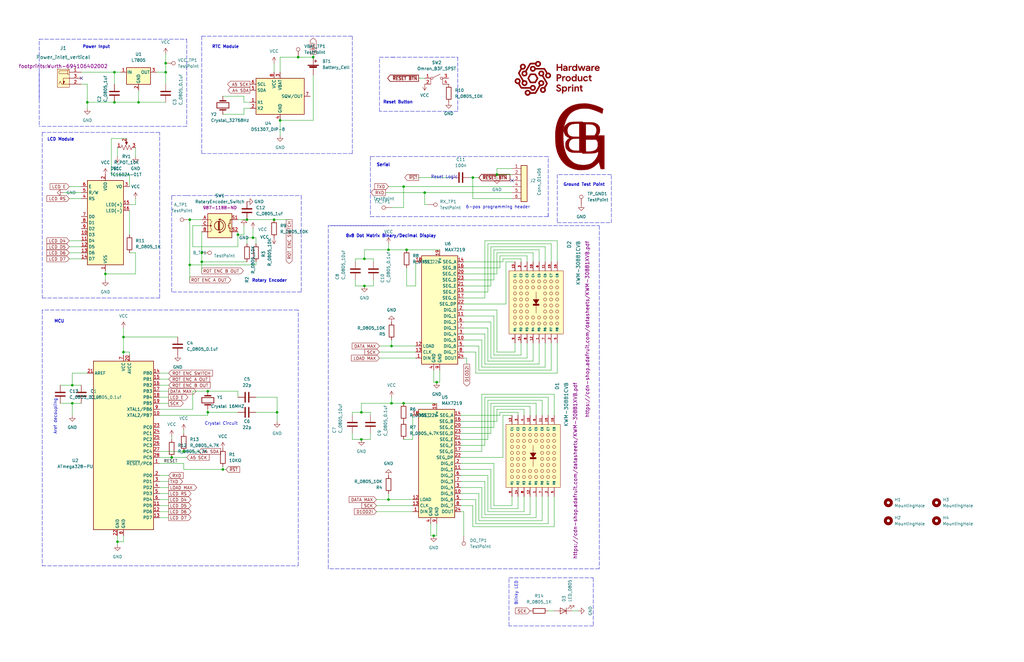
<source format=kicad_sch>
(kicad_sch (version 20211123) (generator eeschema)
  (paper "USLedger")
  (junction (at 30.48 170.18))
  (junction (at 165.1 146.05))
  (junction (at 171.45 105.41))
  (junction (at 48.26 43.18))
  (junction (at 100.33 99.06))
  (junction (at 77.47 190.5))
  (junction (at 87.63 165.1))
  (junction (at 118.11 50.8))
  (junction (at 87.63 173.99))
  (junction (at 52.07 142.24))
  (junction (at 85.09 106.68))
  (junction (at 93.98 198.12))
  (junction (at 80.01 111.76))
  (junction (at 52.07 148.59))
  (junction (at 199.39 74.93))
  (junction (at 165.1 170.18))
  (junction (at 30.48 162.56))
  (junction (at 44.45 115.57))
  (junction (at 163.83 105.41))
  (junction (at 115.57 92.71))
  (junction (at 170.18 170.18))
  (junction (at 80.01 92.71))
  (junction (at 104.14 92.71))
  (junction (at 49.53 228.6))
  (junction (at 85.09 110.49))
  (junction (at 125.73 24.13))
  (junction (at 152.4 185.42))
  (junction (at 209.55 73.66))
  (junction (at 116.84 173.99))
  (junction (at 132.08 24.13))
  (junction (at 36.83 43.18))
  (junction (at 69.85 30.48))
  (junction (at 163.83 210.82))
  (junction (at 153.67 109.22))
  (junction (at 179.07 81.28))
  (junction (at 152.4 173.99))
  (junction (at 48.26 30.48))
  (junction (at 170.18 78.74))
  (junction (at 106.68 100.33))
  (junction (at 72.39 193.04))
  (junction (at 69.85 26.67))
  (junction (at 58.42 43.18))
  (junction (at 182.88 226.06))
  (junction (at 184.15 161.29))
  (junction (at 153.67 120.65))
  (no_connect (at 34.29 33.02))
  (no_connect (at 215.9 76.2))
  (wire (pts (xy 158.75 210.82) (xy 163.83 210.82)))
  (wire (pts (xy 81.28 95.25) (xy 81.28 104.14)))
  (wire (pts (xy 201.93 219.71) (xy 228.6 219.71)))
  (wire (pts (xy 156.21 173.99) (xy 156.21 175.26)))
  (wire (pts (xy 132.08 31.75) (xy 132.08 50.8)))
  (wire (pts (xy 48.26 30.48) (xy 50.8 30.48)))
  (wire (pts (xy 81.28 165.1) (xy 87.63 165.1)))
  (wire (pts (xy 215.9 71.12) (xy 209.55 71.12)))
  (wire (pts (xy 48.26 43.18) (xy 58.42 43.18)))
  (wire (pts (xy 163.83 208.28) (xy 163.83 210.82)))
  (polyline (pts (xy 156.21 91.44) (xy 231.14 91.44)))
  (wire (pts (xy 30.48 162.56) (xy 25.4 162.56)))
  (polyline (pts (xy 250.19 264.16) (xy 214.63 264.16)))
  (wire (pts (xy 205.74 215.9) (xy 205.74 200.66)))
  (wire (pts (xy 102.87 95.25) (xy 102.87 99.06)))
  (wire (pts (xy 48.26 43.18) (xy 36.83 43.18)))
  (polyline (pts (xy 234.95 73.66) (xy 234.95 93.98)))
  (wire (pts (xy 71.12 167.64) (xy 67.31 167.64)))
  (wire (pts (xy 46.99 58.42) (xy 46.99 73.66)))
  (wire (pts (xy 148.59 175.26) (xy 148.59 173.99)))
  (wire (pts (xy 209.55 106.68) (xy 209.55 115.57)))
  (wire (pts (xy 29.21 104.14) (xy 34.29 104.14)))
  (wire (pts (xy 118.11 30.48) (xy 118.11 24.13)))
  (wire (pts (xy 204.47 140.97) (xy 195.58 140.97)))
  (wire (pts (xy 87.63 175.26) (xy 87.63 173.99)))
  (wire (pts (xy 213.36 110.49) (xy 217.17 110.49)))
  (wire (pts (xy 234.95 157.48) (xy 234.95 144.78)))
  (wire (pts (xy 71.12 208.28) (xy 67.31 208.28)))
  (wire (pts (xy 195.58 118.11) (xy 208.28 118.11)))
  (wire (pts (xy 102.87 43.18) (xy 105.41 43.18)))
  (wire (pts (xy 36.83 157.48) (xy 30.48 157.48)))
  (wire (pts (xy 148.59 182.88) (xy 148.59 185.42)))
  (polyline (pts (xy 257.81 73.66) (xy 234.95 73.66)))
  (wire (pts (xy 54.61 149.86) (xy 54.61 148.59)))
  (wire (pts (xy 201.93 146.05) (xy 195.58 146.05)))
  (wire (pts (xy 223.52 217.17) (xy 223.52 209.55)))
  (wire (pts (xy 153.67 120.65) (xy 157.48 120.65)))
  (wire (pts (xy 171.45 120.65) (xy 175.26 120.65)))
  (wire (pts (xy 115.57 26.67) (xy 115.57 30.48)))
  (wire (pts (xy 241.3 257.81) (xy 243.84 257.81)))
  (wire (pts (xy 209.55 71.12) (xy 209.55 73.66)))
  (wire (pts (xy 29.21 109.22) (xy 34.29 109.22)))
  (wire (pts (xy 149.86 120.65) (xy 153.67 120.65)))
  (wire (pts (xy 157.48 120.65) (xy 157.48 118.11)))
  (wire (pts (xy 71.12 218.44) (xy 67.31 218.44)))
  (wire (pts (xy 85.09 106.68) (xy 85.09 110.49)))
  (polyline (pts (xy 17.78 55.88) (xy 17.78 125.73)))
  (wire (pts (xy 107.95 167.64) (xy 116.84 167.64)))
  (wire (pts (xy 81.28 104.14) (xy 100.33 104.14)))
  (wire (pts (xy 71.12 213.36) (xy 67.31 213.36)))
  (wire (pts (xy 203.2 166.37) (xy 203.2 190.5)))
  (wire (pts (xy 171.45 105.41) (xy 185.42 105.41)))
  (wire (pts (xy 204.47 187.96) (xy 204.47 167.64)))
  (wire (pts (xy 207.01 182.88) (xy 207.01 170.18)))
  (wire (pts (xy 29.21 83.82) (xy 34.29 83.82)))
  (wire (pts (xy 30.48 170.18) (xy 34.29 170.18)))
  (wire (pts (xy 116.84 173.99) (xy 116.84 177.8)))
  (polyline (pts (xy 17.78 238.76) (xy 125.73 238.76)))
  (wire (pts (xy 54.61 106.68) (xy 57.15 106.68)))
  (wire (pts (xy 26.67 81.28) (xy 34.29 81.28)))
  (wire (pts (xy 46.99 73.66) (xy 54.61 73.66)))
  (wire (pts (xy 72.39 193.04) (xy 78.74 193.04)))
  (wire (pts (xy 194.31 187.96) (xy 204.47 187.96)))
  (wire (pts (xy 195.58 151.13) (xy 196.85 151.13)))
  (polyline (pts (xy 17.78 130.81) (xy 17.78 238.76)))
  (polyline (pts (xy 160.02 24.13) (xy 166.37 24.13)))
  (wire (pts (xy 185.42 161.29) (xy 184.15 161.29)))
  (wire (pts (xy 179.07 33.02) (xy 176.53 33.02)))
  (wire (pts (xy 149.86 110.49) (xy 149.86 109.22)))
  (polyline (pts (xy 214.63 243.84) (xy 250.19 243.84)))
  (wire (pts (xy 100.33 167.64) (xy 100.33 165.1)))
  (wire (pts (xy 199.39 74.93) (xy 201.93 74.93)))
  (polyline (pts (xy 72.39 123.19) (xy 72.39 82.55)))
  (wire (pts (xy 29.21 106.68) (xy 34.29 106.68)))
  (wire (pts (xy 233.68 166.37) (xy 203.2 166.37)))
  (polyline (pts (xy 252.73 95.25) (xy 252.73 240.03)))
  (wire (pts (xy 165.1 170.18) (xy 170.18 170.18)))
  (wire (pts (xy 220.98 215.9) (xy 205.74 215.9)))
  (polyline (pts (xy 72.39 82.55) (xy 78.74 82.55)))
  (wire (pts (xy 182.88 156.21) (xy 182.88 161.29)))
  (wire (pts (xy 231.14 220.98) (xy 200.66 220.98)))
  (wire (pts (xy 204.47 167.64) (xy 231.14 167.64)))
  (wire (pts (xy 209.55 130.81) (xy 209.55 148.59)))
  (wire (pts (xy 67.31 205.74) (xy 71.12 205.74)))
  (wire (pts (xy 195.58 133.35) (xy 208.28 133.35)))
  (wire (pts (xy 204.47 125.73) (xy 195.58 125.73)))
  (wire (pts (xy 67.31 170.18) (xy 71.12 170.18)))
  (wire (pts (xy 182.88 161.29) (xy 184.15 161.29)))
  (polyline (pts (xy 156.21 66.04) (xy 156.21 91.44)))
  (wire (pts (xy 205.74 123.19) (xy 205.74 102.87)))
  (wire (pts (xy 209.55 177.8) (xy 209.55 172.72)))
  (wire (pts (xy 80.01 111.76) (xy 107.95 111.76)))
  (wire (pts (xy 77.47 195.58) (xy 77.47 198.12)))
  (wire (pts (xy 153.67 109.22) (xy 157.48 109.22)))
  (wire (pts (xy 107.95 110.49) (xy 107.95 111.76)))
  (wire (pts (xy 49.53 228.6) (xy 52.07 228.6)))
  (wire (pts (xy 118.11 50.8) (xy 118.11 57.15)))
  (wire (pts (xy 232.41 156.21) (xy 201.93 156.21)))
  (wire (pts (xy 132.08 22.86) (xy 132.08 24.13)))
  (wire (pts (xy 36.83 43.18) (xy 36.83 45.72)))
  (wire (pts (xy 204.47 101.6) (xy 204.47 125.73)))
  (wire (pts (xy 213.36 128.27) (xy 213.36 110.49)))
  (polyline (pts (xy 85.09 15.24) (xy 148.59 15.24)))
  (wire (pts (xy 44.45 114.3) (xy 44.45 115.57)))
  (wire (pts (xy 156.21 185.42) (xy 156.21 182.88)))
  (wire (pts (xy 52.07 142.24) (xy 52.07 148.59)))
  (wire (pts (xy 195.58 130.81) (xy 209.55 130.81)))
  (wire (pts (xy 52.07 142.24) (xy 74.93 142.24)))
  (polyline (pts (xy 193.04 24.13) (xy 193.04 46.99)))
  (wire (pts (xy 210.82 107.95) (xy 222.25 107.95)))
  (wire (pts (xy 57.15 106.68) (xy 57.15 115.57)))
  (wire (pts (xy 52.07 228.6) (xy 52.07 226.06)))
  (wire (pts (xy 228.6 175.26) (xy 228.6 168.91)))
  (polyline (pts (xy 252.73 240.03) (xy 138.43 240.03)))
  (polyline (pts (xy 78.74 82.55) (xy 127 82.55)))
  (wire (pts (xy 179.07 86.36) (xy 180.34 86.36)))
  (wire (pts (xy 93.98 198.12) (xy 95.25 198.12)))
  (wire (pts (xy 205.74 185.42) (xy 194.31 185.42)))
  (wire (pts (xy 195.58 215.9) (xy 195.58 226.06)))
  (wire (pts (xy 207.01 151.13) (xy 207.01 135.89)))
  (wire (pts (xy 57.15 62.23) (xy 57.15 66.04)))
  (wire (pts (xy 125.73 24.13) (xy 132.08 24.13)))
  (wire (pts (xy 233.68 175.26) (xy 233.68 166.37)))
  (wire (pts (xy 152.4 170.18) (xy 165.1 170.18)))
  (wire (pts (xy 204.47 217.17) (xy 223.52 217.17)))
  (wire (pts (xy 228.6 219.71) (xy 228.6 209.55)))
  (wire (pts (xy 229.87 154.94) (xy 229.87 144.78)))
  (wire (pts (xy 52.07 138.43) (xy 52.07 142.24)))
  (wire (pts (xy 218.44 214.63) (xy 218.44 209.55)))
  (wire (pts (xy 194.31 203.2) (xy 204.47 203.2)))
  (wire (pts (xy 85.09 97.79) (xy 85.09 106.68)))
  (polyline (pts (xy 78.74 16.51) (xy 78.74 53.34)))
  (wire (pts (xy 58.42 43.18) (xy 58.42 38.1)))
  (wire (pts (xy 226.06 218.44) (xy 203.2 218.44)))
  (wire (pts (xy 100.33 92.71) (xy 104.14 92.71)))
  (wire (pts (xy 209.55 73.66) (xy 215.9 73.66)))
  (wire (pts (xy 77.47 190.5) (xy 83.82 190.5)))
  (wire (pts (xy 195.58 148.59) (xy 200.66 148.59)))
  (wire (pts (xy 185.42 156.21) (xy 185.42 161.29)))
  (wire (pts (xy 87.63 173.99) (xy 87.63 172.72)))
  (polyline (pts (xy 231.14 91.44) (xy 231.14 66.04)))
  (wire (pts (xy 58.42 43.18) (xy 69.85 43.18)))
  (wire (pts (xy 220.98 172.72) (xy 220.98 175.26)))
  (wire (pts (xy 107.95 173.99) (xy 116.84 173.99)))
  (wire (pts (xy 77.47 198.12) (xy 93.98 198.12)))
  (wire (pts (xy 210.82 173.99) (xy 218.44 173.99)))
  (wire (pts (xy 80.01 111.76) (xy 80.01 118.11)))
  (wire (pts (xy 67.31 193.04) (xy 72.39 193.04)))
  (wire (pts (xy 163.83 210.82) (xy 173.99 210.82)))
  (wire (pts (xy 57.15 115.57) (xy 44.45 115.57)))
  (wire (pts (xy 212.09 193.04) (xy 212.09 175.26)))
  (polyline (pts (xy 125.73 238.76) (xy 125.73 130.81)))
  (polyline (pts (xy 138.43 95.25) (xy 162.56 95.25)))
  (wire (pts (xy 210.82 175.26) (xy 210.82 173.99)))
  (wire (pts (xy 93.98 198.12) (xy 93.98 196.85)))
  (polyline (pts (xy 139.7 95.25) (xy 252.73 95.25)))
  (wire (pts (xy 49.53 228.6) (xy 49.53 226.06)))
  (wire (pts (xy 220.98 209.55) (xy 220.98 215.9)))
  (wire (pts (xy 208.28 213.36) (xy 215.9 213.36)))
  (wire (pts (xy 195.58 138.43) (xy 205.74 138.43)))
  (wire (pts (xy 48.26 30.48) (xy 48.26 35.56)))
  (wire (pts (xy 219.71 109.22) (xy 219.71 110.49)))
  (wire (pts (xy 69.85 22.86) (xy 69.85 26.67)))
  (wire (pts (xy 67.31 215.9) (xy 71.12 215.9)))
  (wire (pts (xy 200.66 210.82) (xy 194.31 210.82)))
  (wire (pts (xy 149.86 109.22) (xy 153.67 109.22)))
  (wire (pts (xy 194.31 195.58) (xy 208.28 195.58)))
  (wire (pts (xy 212.09 109.22) (xy 219.71 109.22)))
  (wire (pts (xy 200.66 220.98) (xy 200.66 210.82)))
  (wire (pts (xy 234.95 110.49) (xy 234.95 101.6)))
  (wire (pts (xy 100.33 99.06) (xy 100.33 104.14)))
  (wire (pts (xy 165.1 167.64) (xy 165.1 170.18)))
  (wire (pts (xy 210.82 113.03) (xy 210.82 107.95)))
  (wire (pts (xy 181.61 226.06) (xy 182.88 226.06)))
  (wire (pts (xy 208.28 133.35) (xy 208.28 149.86)))
  (wire (pts (xy 228.6 168.91) (xy 205.74 168.91)))
  (wire (pts (xy 29.21 78.74) (xy 34.29 78.74)))
  (wire (pts (xy 208.28 105.41) (xy 227.33 105.41)))
  (wire (pts (xy 153.67 105.41) (xy 163.83 105.41)))
  (wire (pts (xy 157.48 109.22) (xy 157.48 110.49)))
  (wire (pts (xy 107.95 100.33) (xy 107.95 102.87)))
  (polyline (pts (xy 138.43 240.03) (xy 138.43 95.25)))
  (wire (pts (xy 199.39 222.25) (xy 233.68 222.25)))
  (wire (pts (xy 224.79 152.4) (xy 224.79 144.78)))
  (wire (pts (xy 175.26 148.59) (xy 160.02 148.59)))
  (wire (pts (xy 203.2 154.94) (xy 229.87 154.94)))
  (wire (pts (xy 104.14 92.71) (xy 115.57 92.71)))
  (wire (pts (xy 209.55 115.57) (xy 195.58 115.57)))
  (wire (pts (xy 208.28 195.58) (xy 208.28 213.36)))
  (wire (pts (xy 100.33 165.1) (xy 87.63 165.1)))
  (wire (pts (xy 173.99 213.36) (xy 158.75 213.36)))
  (wire (pts (xy 104.14 100.33) (xy 106.68 100.33)))
  (wire (pts (xy 158.75 215.9) (xy 173.99 215.9)))
  (wire (pts (xy 217.17 148.59) (xy 217.17 144.78)))
  (polyline (pts (xy 214.63 264.16) (xy 214.63 243.84)))
  (polyline (pts (xy 16.51 16.51) (xy 78.74 16.51)))
  (wire (pts (xy 201.93 156.21) (xy 201.93 146.05)))
  (wire (pts (xy 106.68 96.52) (xy 106.68 100.33)))
  (wire (pts (xy 34.29 35.56) (xy 36.83 35.56)))
  (wire (pts (xy 207.01 135.89) (xy 195.58 135.89)))
  (wire (pts (xy 171.45 113.03) (xy 171.45 120.65)))
  (wire (pts (xy 85.09 95.25) (xy 81.28 95.25)))
  (wire (pts (xy 194.31 177.8) (xy 209.55 177.8)))
  (wire (pts (xy 170.18 170.18) (xy 184.15 170.18)))
  (wire (pts (xy 153.67 105.41) (xy 153.67 109.22)))
  (wire (pts (xy 200.66 148.59) (xy 200.66 157.48)))
  (wire (pts (xy 67.31 200.66) (xy 71.12 200.66)))
  (wire (pts (xy 30.48 170.18) (xy 30.48 175.26)))
  (wire (pts (xy 67.31 175.26) (xy 87.63 175.26)))
  (wire (pts (xy 215.9 81.28) (xy 179.07 81.28)))
  (wire (pts (xy 100.33 97.79) (xy 100.33 99.06)))
  (wire (pts (xy 30.48 157.48) (xy 30.48 162.56)))
  (polyline (pts (xy 250.19 243.84) (xy 250.19 264.16)))
  (wire (pts (xy 49.53 229.87) (xy 49.53 228.6)))
  (wire (pts (xy 67.31 195.58) (xy 77.47 195.58)))
  (wire (pts (xy 67.31 203.2) (xy 71.12 203.2)))
  (polyline (pts (xy 78.74 53.34) (xy 16.51 53.34)))
  (wire (pts (xy 106.68 100.33) (xy 107.95 100.33)))
  (wire (pts (xy 46.99 58.42) (xy 53.34 58.42)))
  (wire (pts (xy 77.47 182.88) (xy 77.47 181.61)))
  (wire (pts (xy 226.06 170.18) (xy 226.06 175.26)))
  (polyline (pts (xy 67.31 125.73) (xy 67.31 55.88)))
  (wire (pts (xy 67.31 210.82) (xy 71.12 210.82)))
  (wire (pts (xy 194.31 208.28) (xy 201.93 208.28)))
  (wire (pts (xy 194.31 193.04) (xy 212.09 193.04)))
  (wire (pts (xy 67.31 190.5) (xy 77.47 190.5)))
  (wire (pts (xy 52.07 148.59) (xy 52.07 149.86)))
  (wire (pts (xy 85.09 110.49) (xy 85.09 114.3)))
  (wire (pts (xy 203.2 205.74) (xy 194.31 205.74)))
  (polyline (pts (xy 16.51 30.48) (xy 16.51 53.34)))
  (wire (pts (xy 44.45 115.57) (xy 44.45 118.11)))
  (wire (pts (xy 81.28 172.72) (xy 81.28 165.1)))
  (wire (pts (xy 80.01 92.71) (xy 80.01 111.76)))
  (wire (pts (xy 54.61 88.9) (xy 54.61 99.06)))
  (wire (pts (xy 118.11 24.13) (xy 125.73 24.13)))
  (wire (pts (xy 207.01 170.18) (xy 226.06 170.18)))
  (wire (pts (xy 212.09 175.26) (xy 215.9 175.26)))
  (polyline (pts (xy 231.14 90.17) (xy 231.14 91.44)))
  (wire (pts (xy 85.09 110.49) (xy 104.14 110.49)))
  (wire (pts (xy 69.85 30.48) (xy 66.04 30.48)))
  (wire (pts (xy 223.52 171.45) (xy 208.28 171.45)))
  (wire (pts (xy 152.4 185.42) (xy 156.21 185.42)))
  (wire (pts (xy 102.87 99.06) (xy 100.33 99.06)))
  (wire (pts (xy 201.93 208.28) (xy 201.93 219.71)))
  (wire (pts (xy 160.02 151.13) (xy 175.26 151.13)))
  (polyline (pts (xy 160.02 46.99) (xy 160.02 24.13)))
  (polyline (pts (xy 85.09 15.24) (xy 85.09 64.77)))
  (polyline (pts (xy 148.59 15.24) (xy 148.59 64.77)))
  (wire (pts (xy 102.87 45.72) (xy 105.41 45.72)))
  (wire (pts (xy 67.31 162.56) (xy 71.12 162.56)))
  (wire (pts (xy 170.18 78.74) (xy 215.9 78.74)))
  (wire (pts (xy 218.44 173.99) (xy 218.44 175.26)))
  (wire (pts (xy 199.39 83.82) (xy 199.39 74.93)))
  (wire (pts (xy 224.79 110.49) (xy 224.79 106.68)))
  (wire (pts (xy 115.57 92.71) (xy 121.92 92.71)))
  (wire (pts (xy 203.2 190.5) (xy 194.31 190.5)))
  (wire (pts (xy 227.33 153.67) (xy 204.47 153.67)))
  (wire (pts (xy 229.87 104.14) (xy 207.01 104.14)))
  (wire (pts (xy 85.09 92.71) (xy 80.01 92.71)))
  (wire (pts (xy 173.99 185.42) (xy 173.99 175.26)))
  (wire (pts (xy 176.53 74.93) (xy 190.5 74.93)))
  (wire (pts (xy 195.58 143.51) (xy 203.2 143.51)))
  (wire (pts (xy 205.74 152.4) (xy 224.79 152.4)))
  (wire (pts (xy 194.31 182.88) (xy 207.01 182.88)))
  (wire (pts (xy 209.55 148.59) (xy 217.17 148.59)))
  (wire (pts (xy 181.61 220.98) (xy 181.61 226.06)))
  (polyline (pts (xy 148.59 64.77) (xy 85.09 64.77)))
  (polyline (pts (xy 234.95 93.98) (xy 257.81 93.98)))
  (wire (pts (xy 203.2 143.51) (xy 203.2 154.94)))
  (wire (pts (xy 219.71 149.86) (xy 219.71 144.78)))
  (wire (pts (xy 207.01 214.63) (xy 218.44 214.63)))
  (wire (pts (xy 34.29 30.48) (xy 48.26 30.48)))
  (wire (pts (xy 205.74 138.43) (xy 205.74 152.4)))
  (wire (pts (xy 54.61 73.66) (xy 54.61 78.74)))
  (wire (pts (xy 207.01 198.12) (xy 207.01 214.63)))
  (wire (pts (xy 208.28 149.86) (xy 219.71 149.86)))
  (wire (pts (xy 160.02 146.05) (xy 165.1 146.05)))
  (wire (pts (xy 233.68 257.81) (xy 231.14 257.81)))
  (wire (pts (xy 222.25 144.78) (xy 222.25 151.13)))
  (polyline (pts (xy 127 82.55) (xy 127 123.19)))
  (polyline (pts (xy 257.81 93.98) (xy 257.81 73.66)))
  (polyline (pts (xy 165.1 24.13) (xy 193.04 24.13)))
  (wire (pts (xy 184.15 220.98) (xy 184.15 226.06)))
  (polyline (pts (xy 193.04 46.99) (xy 160.02 46.99)))
  (wire (pts (xy 194.31 213.36) (xy 199.39 213.36)))
  (wire (pts (xy 148.59 173.99) (xy 152.4 173.99)))
  (wire (pts (xy 163.83 78.74) (xy 170.18 78.74)))
  (wire (pts (xy 87.63 173.99) (xy 100.33 173.99)))
  (wire (pts (xy 93.98 48.26) (xy 102.87 48.26)))
  (wire (pts (xy 67.31 172.72) (xy 81.28 172.72)))
  (wire (pts (xy 170.18 185.42) (xy 173.99 185.42)))
  (wire (pts (xy 222.25 151.13) (xy 207.01 151.13)))
  (wire (pts (xy 234.95 101.6) (xy 204.47 101.6)))
  (polyline (pts (xy 125.73 130.81) (xy 17.78 130.81)))
  (wire (pts (xy 71.12 165.1) (xy 67.31 165.1)))
  (wire (pts (xy 215.9 83.82) (xy 199.39 83.82)))
  (wire (pts (xy 67.31 157.48) (xy 71.12 157.48)))
  (wire (pts (xy 207.01 104.14) (xy 207.01 120.65)))
  (wire (pts (xy 231.14 167.64) (xy 231.14 175.26)))
  (wire (pts (xy 175.26 120.65) (xy 175.26 110.49)))
  (wire (pts (xy 204.47 153.67) (xy 204.47 140.97)))
  (wire (pts (xy 132.08 50.8) (xy 118.11 50.8)))
  (wire (pts (xy 179.07 81.28) (xy 162.56 81.28)))
  (wire (pts (xy 149.86 118.11) (xy 149.86 120.65)))
  (wire (pts (xy 54.61 86.36) (xy 57.15 86.36)))
  (polyline (pts (xy 17.78 125.73) (xy 67.31 125.73)))
  (wire (pts (xy 195.58 113.03) (xy 210.82 113.03)))
  (polyline (pts (xy 67.31 55.88) (xy 17.78 55.88)))
  (wire (pts (xy 194.31 215.9) (xy 195.58 215.9)))
  (wire (pts (xy 165.1 143.51) (xy 165.1 146.05)))
  (wire (pts (xy 29.21 101.6) (xy 34.29 101.6)))
  (wire (pts (xy 152.4 170.18) (xy 152.4 173.99)))
  (wire (pts (xy 215.9 213.36) (xy 215.9 209.55)))
  (wire (pts (xy 152.4 173.99) (xy 156.21 173.99)))
  (wire (pts (xy 208.28 171.45) (xy 208.28 180.34)))
  (wire (pts (xy 195.58 123.19) (xy 205.74 123.19)))
  (wire (pts (xy 231.14 209.55) (xy 231.14 220.98)))
  (wire (pts (xy 93.98 40.64) (xy 102.87 40.64)))
  (wire (pts (xy 163.83 102.87) (xy 163.83 105.41)))
  (wire (pts (xy 102.87 48.26) (xy 102.87 45.72)))
  (wire (pts (xy 69.85 26.67) (xy 69.85 30.48)))
  (wire (pts (xy 170.18 87.63) (xy 165.1 87.63)))
  (wire (pts (xy 67.31 160.02) (xy 71.12 160.02)))
  (wire (pts (xy 163.83 105.41) (xy 171.45 105.41)))
  (wire (pts (xy 170.18 78.74) (xy 170.18 87.63)))
  (wire (pts (xy 209.55 73.66) (xy 209.55 74.93)))
  (polyline (pts (xy 127 123.19) (xy 72.39 123.19)))
  (wire (pts (xy 104.14 102.87) (xy 104.14 100.33)))
  (wire (pts (xy 207.01 120.65) (xy 195.58 120.65)))
  (wire (pts (xy 69.85 35.56) (xy 69.85 30.48)))
  (wire (pts (xy 229.87 110.49) (xy 229.87 104.14)))
  (wire (pts (xy 36.83 35.56) (xy 36.83 43.18)))
  (wire (pts (xy 116.84 167.64) (xy 116.84 173.99)))
  (wire (pts (xy 194.31 198.12) (xy 207.01 198.12)))
  (wire (pts (xy 222.25 107.95) (xy 222.25 110.49)))
  (wire (pts (xy 198.12 74.93) (xy 199.39 74.93)))
  (wire (pts (xy 232.41 102.87) (xy 232.41 110.49)))
  (wire (pts (xy 196.85 151.13) (xy 196.85 153.67)))
  (wire (pts (xy 232.41 144.78) (xy 232.41 156.21)))
  (wire (pts (xy 184.15 226.06) (xy 182.88 226.06)))
  (wire (pts (xy 204.47 203.2) (xy 204.47 217.17)))
  (wire (pts (xy 57.15 83.82) (xy 57.15 86.36)))
  (wire (pts (xy 195.58 128.27) (xy 213.36 128.27)))
  (wire (pts (xy 233.68 222.25) (xy 233.68 209.55)))
  (wire (pts (xy 200.66 157.48) (xy 234.95 157.48)))
  (wire (pts (xy 72.39 185.42) (xy 72.39 184.15)))
  (wire (pts (xy 102.87 40.64) (xy 102.87 43.18)))
  (wire (pts (xy 30.48 162.56) (xy 34.29 162.56)))
  (wire (pts (xy 49.53 66.04) (xy 49.53 62.23)))
  (wire (pts (xy 205.74 200.66) (xy 194.31 200.66)))
  (wire (pts (xy 148.59 185.42) (xy 152.4 185.42)))
  (wire (pts (xy 25.4 170.18) (xy 30.48 170.18)))
  (wire (pts (xy 195.58 110.49) (xy 212.09 110.49)))
  (polyline (pts (xy 16.51 41.91) (xy 16.51 16.51)))
  (wire (pts (xy 209.55 172.72) (xy 220.98 172.72)))
  (wire (pts (xy 205.74 168.91) (xy 205.74 185.42)))
  (wire (pts (xy 179.07 81.28) (xy 179.07 86.36)))
  (wire (pts (xy 208.28 180.34) (xy 194.31 180.34)))
  (wire (pts (xy 199.39 213.36) (xy 199.39 222.25)))
  (wire (pts (xy 212.09 110.49) (xy 212.09 109.22)))
  (wire (pts (xy 165.1 146.05) (xy 175.26 146.05)))
  (wire (pts (xy 224.79 106.68) (xy 209.55 106.68)))
  (wire (pts (xy 208.28 118.11) (xy 208.28 105.41)))
  (wire (pts (xy 203.2 218.44) (xy 203.2 205.74)))
  (polyline (pts (xy 231.14 66.04) (xy 156.21 66.04)))
  (wire (pts (xy 54.61 148.59) (xy 52.07 148.59)))
  (wire (pts (xy 205.74 102.87) (xy 232.41 102.87)))
  (wire (pts (xy 223.52 175.26) (xy 223.52 171.45)))
  (wire (pts (xy 227.33 105.41) (xy 227.33 110.49)))
  (wire (pts (xy 227.33 144.78) (xy 227.33 153.67)))
  (wire (pts (xy 226.06 209.55) (xy 226.06 218.44)))
  (wire (pts (xy 194.31 175.26) (xy 210.82 175.26)))
  (text "Ground Test Point" (at 237.49 78.74 0) (effects (font (size 1.27 1.27) (thickness 0.254) bold) (justify left bottom)))
  (text "8x8 Dot Matrix Binary/Decimal Display\n" (at 145.7452 100.3808 0) (effects (font (size 1.27 1.27) (thickness 0.254) bold) (justify left bottom)))
  (text "Power Input\n" (at 34.7472 20.574 0) (effects (font (size 1.27 1.27) bold) (justify left bottom)))
  (text "Reset Button\n" (at 161.4932 43.942 0) (effects (font (size 1.27 1.27) bold) (justify left bottom)))
  (text "Serial\n" (at 158.75 70.4088 0) (effects (font (size 1.27 1.27) (thickness 0.254) bold) (justify left bottom)))
  (text "Blinky LED\n" (at 218.44 245.11 270) (effects (font (size 1.27 1.27)) (justify right bottom)))
  (text "RTC Module\n" (at 89.3572 20.574 0) (effects (font (size 1.27 1.27) bold) (justify left bottom)))
  (text "Rotary Encoder\n" (at 106.172 119.2276 0) (effects (font (size 1.27 1.27) (thickness 0.254) bold) (justify left bottom)))
  (text "Aref decoupling\n" (at 24.0792 168.148 270) (effects (font (size 1.27 1.27)) (justify right bottom)))
  (text "6-pos programming header\n" (at 223.52 88.1888 180) (effects (font (size 1.27 1.27)) (justify right bottom)))
  (text "Crystal Circuit\n" (at 100.2792 179.578 180) (effects (font (size 1.27 1.27)) (justify right bottom)))
  (text "LCD Module\n" (at 19.8628 59.6392 0) (effects (font (size 1.27 1.27) (thickness 0.254) bold) (justify left bottom)))
  (text "MCU" (at 22.8092 136.398 0) (effects (font (size 1.27 1.27) bold) (justify left bottom)))
  (text "Reset Logic\n" (at 193.04 75.4888 180) (effects (font (size 1.27 1.27)) (justify right bottom)))
  (label "RESET" (at 74.93 195.58 180))
  (global_label "SCK" (shape output) (at 71.12 170.18 0) (property "Intersheet References" "${INTERSHEET_REFS}" (effects hide)))
  (global_label "DATA MAX" (shape input) (at 160.02 146.05 180) (property "Intersheet References" "${INTERSHEET_REFS}" (effects hide)))
  (global_label "D1OD2I" (shape input) (at 158.75 215.9 180) (property "Intersheet References" "${INTERSHEET_REFS}" (effects hide)))
  (global_label "RXD" (shape input) (at 71.12 200.66 0) (property "Intersheet References" "${INTERSHEET_REFS}" (effects hide)))
  (global_label "DATA MAX" (shape output) (at 71.12 165.1 0) (property "Intersheet References" "${INTERSHEET_REFS}" (effects hide)))
  (global_label "ROT ENC B OUT" (shape input) (at 71.12 162.56 0) (property "Intersheet References" "${INTERSHEET_REFS}" (effects hide)))
  (global_label "ROT ENC A OUT" (shape input) (at 71.12 160.02 0) (property "Intersheet References" "${INTERSHEET_REFS}" (effects hide)))
  (global_label "LCD RS" (shape input) (at 29.21 83.82 180) (property "Intersheet References" "${INTERSHEET_REFS}" (effects hide)))
  (global_label "A4 SDA" (shape output) (at 105.41 38.1 180) (property "Intersheet References" "${INTERSHEET_REFS}" (effects hide)))
  (global_label "SCK" (shape input) (at 160.02 148.59 180) (property "Intersheet References" "${INTERSHEET_REFS}" (effects hide)))
  (global_label "~{RST}" (shape input) (at 95.25 198.12 0) (property "Intersheet References" "${INTERSHEET_REFS}" (effects hide)))
  (global_label "D1OD2I" (shape output) (at 196.85 153.67 270) (property "Intersheet References" "${INTERSHEET_REFS}" (effects hide)))
  (global_label "LCD D7" (shape output) (at 71.12 218.44 0) (property "Intersheet References" "${INTERSHEET_REFS}" (effects hide)))
  (global_label "ROT ENC B OUT" (shape output) (at 85.09 114.3 0) (property "Intersheet References" "${INTERSHEET_REFS}" (effects hide)))
  (global_label "LCD D4" (shape output) (at 71.12 210.82 0) (property "Intersheet References" "${INTERSHEET_REFS}" (effects hide)))
  (global_label "LCD D5" (shape input) (at 29.21 104.14 180) (property "Intersheet References" "${INTERSHEET_REFS}" (effects hide)))
  (global_label "LCD D5" (shape output) (at 71.12 213.36 0) (property "Intersheet References" "${INTERSHEET_REFS}" (effects hide)))
  (global_label "A4 SDA" (shape input) (at 83.82 190.5 0) (property "Intersheet References" "${INTERSHEET_REFS}" (effects hide)))
  (global_label "SCK" (shape input) (at 223.52 257.81 180) (property "Intersheet References" "${INTERSHEET_REFS}" (effects hide)))
  (global_label "TXD" (shape input) (at 163.83 78.74 180) (property "Intersheet References" "${INTERSHEET_REFS}" (effects hide)))
  (global_label "LCD D4" (shape input) (at 29.21 101.6 180) (property "Intersheet References" "${INTERSHEET_REFS}" (effects hide)))
  (global_label "~{RESET BTN}" (shape input) (at 201.93 74.93 0) (effects (font bold)) (property "Intersheet References" "${INTERSHEET_REFS}" (effects hide)))
  (global_label "~{RESET BTN}" (shape output) (at 176.53 33.02 180) (effects (font bold)) (property "Intersheet References" "${INTERSHEET_REFS}" (effects hide)))
  (global_label "A5 SCK" (shape input) (at 78.74 193.04 0) (property "Intersheet References" "${INTERSHEET_REFS}" (effects hide)))
  (global_label "LOAD MAX" (shape input) (at 160.02 151.13 180) (property "Intersheet References" "${INTERSHEET_REFS}" (effects hide)))
  (global_label "SCK" (shape input) (at 158.75 213.36 180) (property "Intersheet References" "${INTERSHEET_REFS}" (effects hide)))
  (global_label "~{RST}" (shape output) (at 176.53 74.93 180) (property "Intersheet References" "${INTERSHEET_REFS}" (effects hide)))
  (global_label "LCD D6" (shape input) (at 29.21 106.68 180) (property "Intersheet References" "${INTERSHEET_REFS}" (effects hide)))
  (global_label "ROT ENC SWITCH" (shape input) (at 71.12 157.48 0) (property "Intersheet References" "${INTERSHEET_REFS}" (effects hide)))
  (global_label "LCD E" (shape input) (at 29.21 78.74 180) (property "Intersheet References" "${INTERSHEET_REFS}" (effects hide)))
  (global_label "TXD" (shape output) (at 71.12 203.2 0) (property "Intersheet References" "${INTERSHEET_REFS}" (effects hide)))
  (global_label "LCD E" (shape output) (at 71.12 167.64 0) (property "Intersheet References" "${INTERSHEET_REFS}" (effects hide)))
  (global_label "DATA MAX" (shape input) (at 158.75 210.82 180) (property "Intersheet References" "${INTERSHEET_REFS}" (effects hide)))
  (global_label "LCD D6" (shape output) (at 71.12 215.9 0) (property "Intersheet References" "${INTERSHEET_REFS}" (effects hide)))
  (global_label "LCD RS" (shape output) (at 71.12 208.28 0) (property "Intersheet References" "${INTERSHEET_REFS}" (effects hide)))
  (global_label "A5 SCK" (shape output) (at 105.41 35.56 180) (property "Intersheet References" "${INTERSHEET_REFS}" (effects hide)))
  (global_label "VBAT" (shape output) (at 132.08 22.86 90) (property "Intersheet References" "${INTERSHEET_REFS}" (effects hide)))
  (global_label "LOAD MAX" (shape output) (at 71.12 205.74 0) (property "Intersheet References" "${INTERSHEET_REFS}" (effects hide)))
  (global_label "ROT ENC SWITCH" (shape output) (at 121.92 92.71 270) (property "Intersheet References" "${INTERSHEET_REFS}" (effects hide)))
  (global_label "RXD" (shape output) (at 162.56 81.28 180) (property "Intersheet References" "${INTERSHEET_REFS}" (effects hide)))
  (global_label "LCD D7" (shape input) (at 29.21 109.22 180) (property "Intersheet References" "${INTERSHEET_REFS}" (effects hide)))
  (global_label "ROT ENC A OUT" (shape output) (at 80.01 118.11 0) (property "Intersheet References" "${INTERSHEET_REFS}" (effects hide)))
  (symbol (lib_id "HPS:R_0805_10K") (at 107.95 106.68 0) (unit 1)
    (property "Reference" "R3" (at 111.1249 108.585 90) (effects (justify left)))
    (property "Value" "R_0805_10K" (at 106.68 115.57 90) (effects (justify left)))
    (property "Footprint" "footprints:R_0805_2012Metric" (effects hide))
    (property "Datasheet" "https://www.digikey.com/en/products/detail/yageo/RC0805FR-0710KL/727535" (effects hide))
    (property "MFG" "Yageo" (effects hide))
    (property "MPN" "RC0805FR-0710KL" (effects hide))
    (property "Digikey PN" "311-10.0KCRCT-ND" (effects hide))
    (property "Mouser PN" "N/A" (effects hide))
    (property "Power" "N/A" (effects hide))
    (property "Tolerance" "N/A" (effects hide))
  )
  (symbol (lib_id "HPS:VCC") (at 93.98 189.23 0) (unit 1)
    (property "Reference" "#PWR0117" (effects hide))
    (property "Value" "VCC" (at 93.98 184.15 0))
  )
  (symbol (lib_id "HPS:Battery_Cell") (at 132.08 29.21 0) (unit 1)
    (property "Reference" "BT1" (at 135.89 25.9079 0) (effects (justify left)))
    (property "Value" "Battery_Cell" (at 135.89 28.4479 0) (effects (justify left)))
    (property "Footprint" "footprints:BatteryHolder_Keystone_106_1x20mm" (effects hide))
    (property "Datasheet" "https://media.digikey.com/pdf/Data%20Sheets/Memory%20Protection%20PDFs/Coin_Cell_Guide.pdf" (effects hide))
    (property "MFG" "MPD (Memory Protection Devices)" (effects hide))
    (property "MPN" "BS-7" (effects hide))
    (property "Digikey PN" "BS-7-ND" (effects hide))
    (property "Mouser PN" "N/A" (effects hide))
  )
  (symbol (lib_id "HPS:R_0805_4.7K") (at 77.47 186.69 0) (unit 1)
    (property "Reference" "R13" (at 80.01 185.4199 0) (effects (justify left)))
    (property "Value" "R_0805_4.7K" (at 80.01 187.9599 0) (effects (justify left)))
    (property "Footprint" "footprints:R_0805_2012Metric" (effects hide))
    (property "Datasheet" "https://www.digikey.com/en/products/detail/yageo/RC0805FR-074K7L/727929" (effects hide))
    (property "MFG" "Yageo" (effects hide))
    (property "MPN" "RC0805FR-074K7L" (effects hide))
    (property "Digikey PN" "311-4.70KCRCT-ND" (effects hide))
    (property "Mouser PN" "N/A" (effects hide))
    (property "Power" "N/A" (effects hide))
    (property "Tolerance" "N/A" (effects hide))
  )
  (symbol (lib_id "HPS:VCC") (at 165.1 167.64 0) (unit 1)
    (property "Reference" "#PWR0127" (effects hide))
    (property "Value" "VCC" (at 165.1 162.56 0))
  )
  (symbol (lib_id "HPS:GND") (at 104.14 85.09 90) (unit 1)
    (property "Reference" "#PWR0128" (effects hide))
    (property "Value" "GND" (at 109.22 85.09 90))
  )
  (symbol (lib_id "HPS:GND") (at 152.4 185.42 0) (unit 1)
    (property "Reference" "#PWR0106" (effects hide))
    (property "Value" "GND" (at 152.4 190.5 0))
  )
  (symbol (lib_id "HPS:VCC") (at 72.39 184.15 0) (unit 1)
    (property "Reference" "#PWR03" (effects hide))
    (property "Value" "VCC" (at 72.39 179.07 0))
  )
  (symbol (lib_id "HPS:C_0805_0.1uf") (at 74.93 146.05 0) (unit 1)
    (property "Reference" "C4" (at 78.74 144.7799 0) (effects (justify left)))
    (property "Value" "C_0805_0.1uf" (at 78.74 147.3199 0) (effects (justify left)))
    (property "Footprint" "footprints:C_0805_2012Metric" (effects hide))
    (property "Datasheet" "https://datasheets.avx.com/X7RDielectric.pdf" (effects hide))
    (property "MFG" "AVX Corporation" (effects hide))
    (property "MPN" "08055C104KAT2A" (effects hide))
    (property "Digikey PN" "478-1395-1-ND" (effects hide))
    (property "Mouser PN" "N/A" (effects hide))
    (property "Voltage" "N/A" (effects hide))
    (property "Dielectric" "N/A" (effects hide))
    (property "Tolerance" "N/A" (effects hide))
  )
  (symbol (lib_id "HPS:KWM-30881CVB") (at 226.06 128.27 90) (unit 1)
    (property "Reference" "D2" (at 240.03 101.6 0) (effects (font (size 1.524 1.524)) (justify right)))
    (property "Value" "KWM-30881CVB" (at 243.84 101.6 0) (effects (font (size 1.524 1.524)) (justify right)))
    (property "Footprint" "footprints:KWM-30881CVB" (effects hide))
    (property "Datasheet" "https://cdn-shop.adafruit.com/datasheets/KWM-30881XVB.pdf" (at 247.65 101.6 0) (effects (font (size 1.524 1.524)) (justify right)))
    (property "MFG" "Adafruit" (effects hide))
    (property "MPN" "KWM-30881CVB" (effects hide))
    (property "Digikey PN" "N/A" (effects hide))
    (property "Mouser PN" "N/A" (effects hide))
  )
  (symbol (lib_id "HPS:C_0805_1uf") (at 104.14 88.9 0) (unit 1)
    (property "Reference" "C12" (at 107.95 87.6299 0) (effects (justify left)))
    (property "Value" "C_0805_1uf" (at 107.95 90.1699 0) (effects (justify left)))
    (property "Footprint" "footprints:C_0805_2012Metric" (effects hide))
    (property "Datasheet" "https://www.yageo.com/upload/media/product/productsearch/datasheet/mlcc/UPY-GPHC_X7R_6.3V-to-50V_18.pdf" (effects hide))
    (property "MFG" "Yageo" (effects hide))
    (property "MPN" "CC0805KKX7R8BB105" (effects hide))
    (property "Digikey PN" "311-1456-1-ND" (effects hide))
    (property "Mouser PN" "N/A" (effects hide))
    (property "Voltage" "N/A" (effects hide))
    (property "Dielectric" "N/A" (effects hide))
    (property "Tolerance" "N/A" (effects hide))
  )
  (symbol (lib_id "HPS:R_0805_10K") (at 93.98 193.04 0) (unit 1)
    (property "Reference" "R1" (at 96.52 191.7699 0) (effects (justify left)))
    (property "Value" "10KΩ" (at 96.52 194.3099 0) (effects (justify left)))
    (property "Footprint" "footprints:R_0805_2012Metric" (effects hide))
    (property "Datasheet" "https://www.digikey.com/en/products/detail/yageo/RC0805FR-0710KL/727535" (effects hide))
    (property "MFG" "Yageo" (effects hide))
    (property "MPN" "RC0805FR-0710KL" (effects hide))
    (property "Digikey PN" "311-10.0KCRCT-ND" (effects hide))
    (property "Mouser PN" "N/A" (effects hide))
    (property "Power" "N/A" (effects hide))
    (property "Tolerance" "N/A" (effects hide))
  )
  (symbol (lib_id "HPS:GND") (at 44.45 118.11 0) (unit 1)
    (property "Reference" "#PWR0113" (effects hide))
    (property "Value" "GND" (at 44.45 123.19 0))
  )
  (symbol (lib_id "HPS:VCC") (at 77.47 181.61 0) (unit 1)
    (property "Reference" "#PWR04" (effects hide))
    (property "Value" "VCC" (at 77.47 176.53 0))
  )
  (symbol (lib_id "HPS:GND") (at 163.83 200.66 180) (unit 1)
    (property "Reference" "#PWR0107" (effects hide))
    (property "Value" "GND" (at 163.83 195.58 0))
  )
  (symbol (lib_id "HPS:R_0805_1K") (at 227.33 257.81 90) (unit 1)
    (property "Reference" "R14" (at 227.33 251.46 90))
    (property "Value" "R_0805_1K" (at 227.33 254 90))
    (property "Footprint" "footprints:R_0805_2012Metric" (effects hide))
    (property "Datasheet" "https://www.digikey.com/en/products/detail/yageo/RC0805FR-071KL/727444" (effects hide))
    (property "MFG" "Yageo" (effects hide))
    (property "Digikey PN" "RC0805FR-0710KL" (effects hide))
    (property "Mouser PN" "N/A" (effects hide))
    (property "Power" "N/A" (effects hide))
    (property "Tolerance" "N/A" (effects hide))
    (property "MPN" "RC0805FR-071KL" (effects hide))
  )
  (symbol (lib_id "HPS:L7805") (at 58.42 30.48 0) (unit 1)
    (property "Reference" "U1" (at 58.42 22.86 0))
    (property "Value" "L7805" (at 58.42 25.4 0))
    (property "Footprint" "footprints:TO-252-2" (effects hide))
    (property "Datasheet" "http://www.st.com/content/ccc/resource/technical/document/datasheet/41/4f/b3/b0/12/d4/47/88/CD00000444.pdf/files/CD00000444.pdf/jcr:content/translations/en.CD00000444.pdf" (effects hide))
    (property "Digikey PN" "497-7255-1-ND" (effects hide))
    (property "MPN" "L7805CDT-TR" (effects hide))
    (property "MFG" "STMicroelectronics" (effects hide))
  )
  (symbol (lib_id "HPS:R_0805_10K") (at 165.1 139.7 180) (unit 1)
    (property "Reference" "R5" (at 162.56 140.9701 0) (effects (justify left)))
    (property "Value" "R_0805_10K" (at 162.56 138.4301 0) (effects (justify left)))
    (property "Footprint" "footprints:R_0805_2012Metric" (effects hide))
    (property "Datasheet" "https://www.digikey.com/en/products/detail/yageo/RC0805FR-0710KL/727535" (effects hide))
    (property "MFG" "Yageo" (effects hide))
    (property "MPN" "RC0805FR-0710KL" (effects hide))
    (property "Digikey PN" "311-10.0KCRCT-ND" (effects hide))
    (property "Mouser PN" "N/A" (effects hide))
    (property "Power" "N/A" (effects hide))
    (property "Tolerance" "N/A" (effects hide))
  )
  (symbol (lib_id "HPS:C_0805_1uf") (at 48.26 39.37 0) (unit 1)
    (property "Reference" "C2" (at 41.91 43.18 90) (effects (justify left)))
    (property "Value" "C_0805_1uf" (at 44.45 43.18 90) (effects (justify left)))
    (property "Footprint" "footprints:C_0805_2012Metric" (effects hide))
    (property "Datasheet" "https://www.yageo.com/upload/media/product/productsearch/datasheet/mlcc/UPY-GPHC_X7R_6.3V-to-50V_18.pdf" (effects hide))
    (property "MFG" "Yageo" (effects hide))
    (property "MPN" "CC0805KKX7R8BB105" (effects hide))
    (property "Digikey PN" "311-1456-1-ND" (effects hide))
    (property "Mouser PN" "N/A" (effects hide))
    (property "Voltage" "N/A" (effects hide))
    (property "Dielectric" "N/A" (effects hide))
    (property "Tolerance" "N/A" (effects hide))
  )
  (symbol (lib_id "HPS:R_0805_10K") (at 115.57 96.52 0) (unit 1)
    (property "Reference" "R9" (at 118.11 95.2499 0) (effects (justify left)))
    (property "Value" "R_0805_10K" (at 118.11 97.7899 0) (effects (justify left)))
    (property "Footprint" "footprints:R_0805_2012Metric" (effects hide))
    (property "Datasheet" "https://www.digikey.com/en/products/detail/yageo/RC0805FR-0710KL/727535" (effects hide))
    (property "MFG" "Yageo" (effects hide))
    (property "MPN" "RC0805FR-0710KL" (effects hide))
    (property "Digikey PN" "311-10.0KCRCT-ND" (effects hide))
    (property "Mouser PN" "N/A" (effects hide))
    (property "Power" "N/A" (effects hide))
    (property "Tolerance" "N/A" (effects hide))
  )
  (symbol (lib_id "HPS:MountingHole") (at 394.9192 212.1408 0) (unit 1)
    (property "Reference" "H3" (at 397.4592 210.8707 0) (effects (justify left)))
    (property "Value" "MountingHole" (at 397.4592 213.4107 0) (effects (justify left)))
    (property "Footprint" "footprints:MountingHole_3.2mm_M3" (effects hide))
  )
  (symbol (lib_id "HPS:VCC") (at 44.45 73.66 0) (unit 1)
    (property "Reference" "#PWR0123" (effects hide))
    (property "Value" "VCC" (at 44.45 68.58 0))
  )
  (symbol (lib_id "HPS:MountingHole") (at 374.5992 212.1408 0) (unit 1)
    (property "Reference" "H1" (at 377.1392 210.8707 0) (effects (justify left)))
    (property "Value" "MountingHole" (at 377.1392 213.4107 0) (effects (justify left)))
    (property "Footprint" "footprints:MountingHole_3.2mm_M3" (effects hide))
  )
  (symbol (lib_id "power:GND") (at 49.53 229.87 0) (unit 1)
    (property "Reference" "#PWR0112" (effects hide))
    (property "Value" "GND" (at 49.53 234.95 0))
  )
  (symbol (lib_id "HPS:LED_0805") (at 237.49 257.81 180) (unit 1)
    (property "Reference" "D3" (at 237.8201 254 90) (effects (justify right)))
    (property "Value" "LED_0805" (at 240.3601 254 90) (effects (justify right)))
    (property "Footprint" "footprints:LED_0805_2012Metric" (effects hide))
    (property "Datasheet" "https://www.we-online.de/katalog/datasheet/150080RS75000.pdf" (effects hide))
    (property "MFG" "Würth Elektronik" (effects hide))
    (property "MPN" "150080RS75000" (effects hide))
    (property "Digikey PN" "732-4984-1-ND" (effects hide))
    (property "Mouser PN" "N/A" (effects hide))
  )
  (symbol (lib_id "HPS:GND") (at 36.83 45.72 0) (unit 1)
    (property "Reference" "#PWR0121" (effects hide))
    (property "Value" "GND" (at 36.83 50.8 0))
  )
  (symbol (lib_id "HPS:TestPoint") (at 80.01 92.71 90) (unit 1)
    (property "Reference" "A_TP1" (at 76.2 86.36 90))
    (property "Value" "TestPoint" (at 76.708 88.9 90))
    (property "Footprint" "footprints:TestPoint_THTPad_D2.0mm_Drill1.0mm" (effects hide))
  )
  (symbol (lib_id "HPS:R_0805_22K") (at 170.18 173.99 0) (unit 1)
    (property "Reference" "R6" (at 172.72 172.7199 0) (effects (justify left)))
    (property "Value" "R_0805_22K" (at 172.72 175.2599 0) (effects (justify left)))
    (property "Footprint" "footprints:R_0805_2012Metric" (effects hide))
    (property "Datasheet" "https://www.digikey.com/en/products/detail/yageo/RC0805FR-0722KL/727736" (effects hide))
    (property "MFG" "Yageo" (effects hide))
    (property "MPN" "RC0805FR-0722KL" (effects hide))
    (property "Digikey PN" "311-22.0KCRCT-ND" (effects hide))
    (property "Mouser PN" "N/A" (effects hide))
    (property "Power" "N/A" (effects hide))
    (property "Tolerance" "N/A" (effects hide))
  )
  (symbol (lib_id "HPS:TC1602A-01T") (at 44.45 93.98 0) (unit 1)
    (property "Reference" "DS1" (at 46.4694 71.12 0) (effects (justify left)))
    (property "Value" "TC1602A-01T" (at 46.4694 73.66 0) (effects (justify left)))
    (property "Footprint" "footprints:TC1602A-01T" (effects hide))
    (property "Datasheet" "https://cdn-shop.adafruit.com/datasheets/TC1602A-01T.pdf" (effects hide))
    (property "MFG" "Adafruit" (effects hide))
    (property "MPN" "1447" (effects hide))
    (property "Digikey PN" "1528-2212-ND" (effects hide))
    (property "Mouser PN" "N/A" (effects hide))
  )
  (symbol (lib_id "power:GND") (at 116.84 177.8 0) (unit 1)
    (property "Reference" "#PWR0116" (effects hide))
    (property "Value" "GND" (at 116.84 182.88 0))
  )
  (symbol (lib_id "HPS:TestPoint") (at 165.1 87.63 90) (unit 1)
    (property "Reference" "TX_TP1" (at 161.29 85.09 90))
    (property "Value" "TestPoint" (at 161.798 83.82 90))
    (property "Footprint" "footprints:TestPoint_THTPad_D2.0mm_Drill1.0mm" (effects hide))
  )
  (symbol (lib_id "HPS:Power_inlet_vertical") (at 29.21 33.02 0) (unit 1)
    (property "Reference" "J1" (at 26.67 20.32 0) (effects (font (size 1.524 1.524))))
    (property "Value" "Power_inlet_vertical" (at 26.67 24.13 0) (effects (font (size 1.524 1.524))))
    (property "Footprint" "footprints:Wurth-694106402002" (at 26.67 27.94 0) (effects (font (size 1.524 1.524))))
    (property "Datasheet" "https://www.we-online.com/katalog/datasheet/6941xx402002.pdf" (effects hide))
    (property "MFG" "Wurth" (effects hide))
    (property "MPN" "694106402002" (effects hide))
    (property "Digikey PN" "732-5931-ND" (effects hide))
  )
  (symbol (lib_id "HPS:Conn_01x06") (at 220.98 76.2 0) (unit 1)
    (property "Reference" "J2" (at 223.52 76.1999 0) (effects (justify left)))
    (property "Value" "Conn_01x06" (at 227.33 82.55 90) (effects (justify left)))
    (property "Footprint" "footprints:PinHeader_1x06_P2.54mm_Vertical" (effects hide))
    (property "Datasheet" "https://www.we-online.de/katalog/datasheet/6130xx11121.pdf" (effects hide))
    (property "MFG" "Würth Elektronik" (effects hide))
    (property "MPN" "61300611121" (effects hide))
    (property "Digikey PN" "732-5319-ND" (effects hide))
    (property "Mouser PN" "N/A" (effects hide))
  )
  (symbol (lib_id "HPS:GND") (at 184.15 161.29 0) (unit 1)
    (property "Reference" "#PWR0105" (effects hide))
    (property "Value" "GND" (at 184.15 166.37 0))
  )
  (symbol (lib_id "HPS:HPS_Logo") (at 234.95 33.02 0) (unit 1)
    (property "Reference" "#G1" (effects hide))
    (property "Value" "HPS_Logo" (effects hide))
  )
  (symbol (lib_id "HPS:TestPoint") (at 69.85 26.67 270) (unit 1)
    (property "Reference" "VCC_TP1" (at 74.93 25.3999 90) (effects (justify left)))
    (property "Value" "TestPoint" (at 74.93 27.9399 90) (effects (justify left)))
    (property "Footprint" "footprints:TestPoint_THTPad_D2.0mm_Drill1.0mm" (effects hide))
  )
  (symbol (lib_id "HPS:VCC") (at 115.57 100.33 180) (unit 1)
    (property "Reference" "#PWR07" (effects hide))
    (property "Value" "VCC" (at 111.5568 100.0252 0))
  )
  (symbol (lib_id "HPS:GND") (at 182.88 226.06 0) (unit 1)
    (property "Reference" "#PWR0103" (effects hide))
    (property "Value" "GND" (at 182.88 231.14 0))
  )
  (symbol (lib_id "HPS:VCC") (at 52.07 138.43 0) (unit 1)
    (property "Reference" "#PWR0119" (effects hide))
    (property "Value" "VCC" (at 52.07 133.35 0))
  )
  (symbol (lib_id "HPS:C_0805_0.1uf") (at 157.48 114.3 0) (unit 1)
    (property "Reference" "C10" (at 161.29 119.38 90) (effects (justify left)))
    (property "Value" "C_0805_0.1uf" (at 163.83 119.38 90) (effects (justify left)))
    (property "Footprint" "footprints:C_0805_2012Metric" (effects hide))
    (property "Datasheet" "https://datasheets.avx.com/X7RDielectric.pdf" (effects hide))
    (property "MFG" "AVX Corporation" (effects hide))
    (property "MPN" "08055C104KAT2A" (effects hide))
    (property "Digikey PN" "478-1395-1-ND" (effects hide))
    (property "Mouser PN" "N/A" (effects hide))
    (property "Voltage" "N/A" (effects hide))
    (property "Dielectric" "N/A" (effects hide))
    (property "Tolerance" "N/A" (effects hide))
  )
  (symbol (lib_id "HPS:R_0805_1K") (at 54.61 102.87 0) (unit 1)
    (property "Reference" "R11" (at 57.15 101.5999 0) (effects (justify left)))
    (property "Value" "R_0805_1K" (at 57.15 104.1399 0) (effects (justify left)))
    (property "Footprint" "footprints:R_0805_2012Metric" (effects hide))
    (property "Datasheet" "https://www.digikey.com/en/products/detail/yageo/RC0805FR-071KL/727444" (effects hide))
    (property "MFG" "Yageo" (effects hide))
    (property "Digikey PN" "RC0805FR-0710KL" (effects hide))
    (property "Mouser PN" "N/A" (effects hide))
    (property "Power" "N/A" (effects hide))
    (property "Tolerance" "N/A" (effects hide))
    (property "MPN" "RC0805FR-071KL" (effects hide))
  )
  (symbol (lib_id "HPS:Crystal_16MHz") (at 87.63 168.91 270) (unit 1)
    (property "Reference" "Y1" (at 91.44 167.6399 90) (effects (justify left)))
    (property "Value" "Crystal 16MHZ" (at 88.9 171.45 90) (effects (justify left)))
    (property "Footprint" "footprints:Crystal_SMD_HC49-SD" (effects hide))
    (property "Datasheet" "https://ecsxtal.com/store/pdf/csm-7x-dn.pdf" (effects hide))
    (property "MFG" "ECS Inc." (effects hide))
    (property "MPN" "ECS-160-20-5PXDN-TR" (effects hide))
    (property "Digikey PN" "XC1299CT-ND" (effects hide))
    (property "Mouser PN" "N/A" (effects hide))
  )
  (symbol (lib_id "power:GND") (at 209.55 74.93 0) (unit 1)
    (property "Reference" "#PWR0104" (effects hide))
    (property "Value" "GND" (at 209.55 80.01 0))
  )
  (symbol (lib_id "HPS:VCC") (at 163.83 102.87 0) (unit 1)
    (property "Reference" "#PWR0126" (effects hide))
    (property "Value" "VCC" (at 163.83 97.79 0))
  )
  (symbol (lib_id "HPS:GND") (at 26.67 81.28 270) (unit 1)
    (property "Reference" "#PWR0115" (effects hide))
    (property "Value" "GND" (at 27.94 81.2799 90) (effects (justify left)))
  )
  (symbol (lib_id "HPS:TestPoint") (at 85.09 106.68 270) (unit 1)
    (property "Reference" "B_TP1" (at 81.28 106.68 90) (effects (justify left)))
    (property "Value" "TestPoint" (at 90.17 107.9499 90) (effects (justify left)))
    (property "Footprint" "footprints:TestPoint_THTPad_D2.0mm_Drill1.0mm" (effects hide))
  )
  (symbol (lib_id "HPS:R_POT_10K") (at 53.34 62.23 90) (unit 1)
    (property "Reference" "RV1" (at 53.34 66.04 90))
    (property "Value" "R_POT_10K" (at 53.34 68.58 90))
    (property "Footprint" "footprints:Potentiometer_Bourns_3386P_Vertical" (effects hide))
    (property "Datasheet" "https://www.bourns.com/docs/Product-Datasheets/3386.pdf" (effects hide))
    (property "MFG" "Bourns Inc." (effects hide))
    (property "MPN" "3386P-1-103TLF" (effects hide))
    (property "Digikey PN" "3386P-103TLF-ND" (effects hide))
    (property "Mouser PN" "N/A" (effects hide))
  )
  (symbol (lib_id "HPS:TestPoint") (at 195.58 226.06 180) (unit 1)
    (property "Reference" "DO_TP1" (at 198.12 228.0919 0) (effects (justify right)))
    (property "Value" "TestPoint" (at 198.12 230.6319 0) (effects (justify right)))
    (property "Footprint" "footprints:TestPoint_THTPad_D2.0mm_Drill1.0mm" (effects hide))
  )
  (symbol (lib_id "HPS:VCC") (at 115.57 26.67 0) (unit 1)
    (property "Reference" "#PWR0111" (effects hide))
    (property "Value" "VCC" (at 115.57 21.59 0))
  )
  (symbol (lib_id "HPS:GND") (at 57.15 66.04 0) (unit 1)
    (property "Reference" "#PWR0122" (effects hide))
    (property "Value" "GND" (at 57.15 71.12 0))
  )
  (symbol (lib_id "HPS:C_0805_10uf") (at 149.86 114.3 0) (unit 1)
    (property "Reference" "C8" (at 142.24 118.11 90) (effects (justify left)))
    (property "Value" "C_0805_10uf" (at 144.78 118.11 90) (effects (justify left)))
    (property "Footprint" "footprints:C_0805_2012Metric" (effects hide))
    (property "Datasheet" "https://search.murata.co.jp/Ceramy/image/img/A01X/G101/ENG/GRM21BR61E106KA73-01.pdf" (effects hide))
    (property "MFG" "Murata Electronics" (effects hide))
    (property "MPN" "GRM21BR61E106KA73L" (effects hide))
    (property "Digikey PN" "490-5523-1-ND" (effects hide))
    (property "Mouser PN" "N/A" (effects hide))
    (property "Voltage" "N/A" (effects hide))
    (property "Dielectric" "N/A" (effects hide))
    (property "Tolerance" "N/A" (effects hide))
  )
  (symbol (lib_id "HPS:C_0805_0.1uf") (at 69.85 39.37 0) (unit 1)
    (property "Reference" "C3" (at 73.66 44.45 90) (effects (justify left)))
    (property "Value" "C_0805_0.1uf" (at 76.2 44.45 90) (effects (justify left)))
    (property "Footprint" "footprints:C_0805_2012Metric" (effects hide))
    (property "Datasheet" "https://datasheets.avx.com/X7RDielectric.pdf" (effects hide))
    (property "MFG" "AVX Corporation" (effects hide))
    (property "MPN" "08055C104KAT2A" (effects hide))
    (property "Digikey PN" "478-1395-1-ND" (effects hide))
    (property "Mouser PN" "N/A" (effects hide))
    (property "Voltage" "N/A" (effects hide))
    (property "Dielectric" "N/A" (effects hide))
    (property "Tolerance" "N/A" (effects hide))
  )
  (symbol (lib_id "HPS:R_0805_10K") (at 104.14 106.68 0) (unit 1)
    (property "Reference" "R2" (at 104.14 119.38 90) (effects (justify left)))
    (property "Value" "R_0805_10K" (at 113.6649 112.395 90) (effects (justify left)))
    (property "Footprint" "footprints:R_0805_2012Metric" (effects hide))
    (property "Datasheet" "https://www.digikey.com/en/products/detail/yageo/RC0805FR-0710KL/727535" (effects hide))
    (property "MFG" "Yageo" (effects hide))
    (property "MPN" "RC0805FR-0710KL" (effects hide))
    (property "Digikey PN" "311-10.0KCRCT-ND" (effects hide))
    (property "Mouser PN" "N/A" (effects hide))
    (property "Power" "N/A" (effects hide))
    (property "Tolerance" "N/A" (effects hide))
  )
  (symbol (lib_id "HPS:VCC") (at 69.85 22.86 0) (unit 1)
    (property "Reference" "#PWR0125" (effects hide))
    (property "Value" "VCC" (at 69.85 17.78 0))
  )
  (symbol (lib_id "HPS:KWM-30881CVB") (at 224.79 193.04 90) (unit 1)
    (property "Reference" "D1" (at 234.95 161.29 0) (effects (font (size 1.524 1.524)) (justify right)))
    (property "Value" "KWM-30881CVB" (at 238.76 161.29 0) (effects (font (size 1.524 1.524)) (justify right)))
    (property "Footprint" "footprints:KWM-30881CVB" (effects hide))
    (property "Datasheet" "https://cdn-shop.adafruit.com/datasheets/KWM-30881XVB.pdf" (at 242.57 161.29 0) (effects (font (size 1.524 1.524)) (justify right)))
    (property "MFG" "Adafruit" (effects hide))
    (property "MPN" "KWM-30881CVB" (effects hide))
    (property "Digikey PN" "N/A" (effects hide))
    (property "Mouser PN" "N/A" (effects hide))
  )
  (symbol (lib_id "HPS:R_0805_4.7K") (at 72.39 189.23 0) (unit 1)
    (property "Reference" "R12" (at 74.93 187.9599 0) (effects (justify left)))
    (property "Value" "R_0805_4.7K" (at 74.93 190.4999 0) (effects (justify left)))
    (property "Footprint" "footprints:R_0805_2012Metric" (effects hide))
    (property "Datasheet" "https://www.digikey.com/en/products/detail/yageo/RC0805FR-074K7L/727929" (effects hide))
    (property "MFG" "Yageo" (effects hide))
    (property "MPN" "RC0805FR-074K7L" (effects hide))
    (property "Digikey PN" "311-4.70KCRCT-ND" (effects hide))
    (property "Mouser PN" "N/A" (effects hide))
    (property "Power" "N/A" (effects hide))
    (property "Tolerance" "N/A" (effects hide))
  )
  (symbol (lib_id "HPS:R_0805_22K") (at 171.45 109.22 0) (unit 1)
    (property "Reference" "R8" (at 173.99 107.9499 0) (effects (justify left)))
    (property "Value" "R_0805_22K" (at 173.99 110.4899 0) (effects (justify left)))
    (property "Footprint" "footprints:R_0805_2012Metric" (effects hide))
    (property "Datasheet" "https://www.digikey.com/en/products/detail/yageo/RC0805FR-0722KL/727736" (effects hide))
    (property "MFG" "Yageo" (effects hide))
    (property "MPN" "RC0805FR-0722KL" (effects hide))
    (property "Digikey PN" "311-22.0KCRCT-ND" (effects hide))
    (property "Mouser PN" "N/A" (effects hide))
    (property "Power" "N/A" (effects hide))
    (property "Tolerance" "N/A" (effects hide))
  )
  (symbol (lib_id "HPS:GND") (at 165.1 135.89 180) (unit 1)
    (property "Reference" "#PWR0101" (effects hide))
    (property "Value" "GND" (at 165.1 130.81 0))
  )
  (symbol (lib_id "HPS:MAX7219") (at 184.15 195.58 0) (unit 1)
    (property "Reference" "U5" (at 186.1694 167.64 0) (effects (justify left)))
    (property "Value" "MAX7219" (at 186.1694 170.18 0) (effects (justify left)))
    (property "Footprint" "footprints:DIP-24_W7.62mm" (effects hide))
    (property "Datasheet" "https://datasheets.maximintegrated.com/en/ds/MAX7219-MAX7221.pdf" (effects hide))
    (property "MFG" "On Shore Technology Inc." (effects hide))
    (property "MPN" "ED241DT" (effects hide))
    (property "Digikey PN" "ED3049-5-ND" (effects hide))
    (property "Mouser PN" "N/A" (effects hide))
  )
  (symbol (lib_id "HPS:GND") (at 153.67 120.65 0) (unit 1)
    (property "Reference" "#PWR0102" (effects hide))
    (property "Value" "GND" (at 153.67 125.73 0))
  )
  (symbol (lib_id "HPS:Omron_B3F_SPST") (at 184.15 33.02 0) (unit 1)
    (property "Reference" "SW2" (at 184.15 26.416 0))
    (property "Value" "Omron_B3F_SPST" (at 184.15 28.956 0))
    (property "Footprint" "footprints:SW_SPST_Omron_B3FS-100xP" (effects hide))
    (property "Datasheet" "https://omronfs.omron.com/en_US/ecb/products/pdf/en-b3fs.pdf" (effects hide))
    (property "MFG" "Omron Electronics Inc-EMC Div" (effects hide))
    (property "MPN" "B3FS-1000P" (effects hide))
    (property "Digikey PN" "SW423CT-ND" (effects hide))
    (property "Mouser PN" "N/A" (effects hide))
  )
  (symbol (lib_id "power:GND") (at 30.48 175.26 0) (unit 1)
    (property "Reference" "#PWR0118" (effects hide))
    (property "Value" "GND" (at 30.48 180.34 0))
  )
  (symbol (lib_id "HPS:MountingHole") (at 374.5992 219.7608 0) (unit 1)
    (property "Reference" "H2" (at 377.1392 218.4907 0) (effects (justify left)))
    (property "Value" "MountingHole" (at 377.1392 221.0307 0) (effects (justify left)))
    (property "Footprint" "footprints:MountingHole_3.2mm_M3" (effects hide))
  )
  (symbol (lib_id "HPS:C_0805_0.1uf") (at 156.21 179.07 0) (unit 1)
    (property "Reference" "C9" (at 160.02 184.15 90) (effects (justify left)))
    (property "Value" "C_0805_0.1uf" (at 162.56 184.15 90) (effects (justify left)))
    (property "Footprint" "footprints:C_0805_2012Metric" (effects hide))
    (property "Datasheet" "https://datasheets.avx.com/X7RDielectric.pdf" (effects hide))
    (property "MFG" "AVX Corporation" (effects hide))
    (property "MPN" "08055C104KAT2A" (effects hide))
    (property "Digikey PN" "478-1395-1-ND" (effects hide))
    (property "Mouser PN" "N/A" (effects hide))
    (property "Voltage" "N/A" (effects hide))
    (property "Dielectric" "N/A" (effects hide))
    (property "Tolerance" "N/A" (effects hide))
  )
  (symbol (lib_id "HPS:TestPoint") (at 125.73 24.13 0) (unit 1)
    (property "Reference" "VBAT_TP1" (at 128.27 19.5579 0) (effects (justify left)))
    (property "Value" "TestPoint" (at 128.27 22.0979 0) (effects (justify left)))
    (property "Footprint" "footprints:TestPoint_THTPad_D2.0mm_Drill1.0mm" (effects hide))
  )
  (symbol (lib_id "power:GND") (at 74.93 149.86 0) (unit 1)
    (property "Reference" "#PWR0120" (effects hide))
    (property "Value" "GND" (at 74.93 154.94 0))
  )
  (symbol (lib_id "HPS:MAX7219") (at 185.42 130.81 0) (unit 1)
    (property "Reference" "U6" (at 187.4394 102.87 0) (effects (justify left)))
    (property "Value" "MAX7219" (at 187.4394 105.41 0) (effects (justify left)))
    (property "Footprint" "footprints:DIP-24_W7.62mm" (effects hide))
    (property "Datasheet" "https://datasheets.maximintegrated.com/en/ds/MAX7219-MAX7221.pdf" (effects hide))
    (property "MFG" "On Shore Technology Inc." (effects hide))
    (property "MPN" "ED241DT" (effects hide))
    (property "Digikey PN" "ED3049-5-ND" (effects hide))
    (property "Mouser PN" "N/A" (effects hide))
  )
  (symbol (lib_id "HPS:C_0805_22pf") (at 104.14 173.99 90) (unit 1)
    (property "Reference" "C6" (at 104.14 177.8 90))
    (property "Value" "22p" (at 104.14 180.34 90))
    (property "Footprint" "footprints:C_0805_2012Metric" (effects hide))
    (property "Datasheet" "https://www.yageo.com/upload/media/product/productsearch/datasheet/mlcc/UPY-GP_NP0_16V-to-50V_18.pdf" (effects hide))
    (property "MFG" "Yageo" (effects hide))
    (property "MPN" "CC0805JRNPO9BN220" (effects hide))
    (property "Digikey PN" "311-1103-1-ND" (effects hide))
    (property "Mouser PN" "N/A" (effects hide))
    (property "Voltage" "N/A" (effects hide))
    (property "Dielectric" "N/A" (effects hide))
    (property "Tolerance" "N/A" (effects hide))
  )
  (symbol (lib_id "HPS:GND") (at 102.87 95.25 180) (unit 1)
    (property "Reference" "#PWR0108" (effects hide))
    (property "Value" "GND" (at 102.87 100.33 0))
  )
  (symbol (lib_id "HPS:VCC") (at 49.53 66.04 180) (unit 1)
    (property "Reference" "#PWR0124" (effects hide))
    (property "Value" "VCC" (at 49.53 71.12 0))
  )
  (symbol (lib_id "HPS:TestPoint") (at 180.34 86.36 270) (unit 1)
    (property "Reference" "RX_TP1" (at 185.42 85.0899 90) (effects (justify left)))
    (property "Value" "TestPoint" (at 185.42 87.6299 90) (effects (justify left)))
    (property "Footprint" "footprints:TestPoint_THTPad_D2.0mm_Drill1.0mm" (effects hide))
  )
  (symbol (lib_id "HPS:GND") (at 245.11 86.36 0) (unit 1)
    (property "Reference" "#PWR05" (effects hide))
    (property "Value" "GND" (at 245.11 91.44 0))
  )
  (symbol (lib_id "HPS:R_0805_4.7K") (at 170.18 181.61 0) (unit 1)
    (property "Reference" "R7" (at 172.72 180.3399 0) (effects (justify left)))
    (property "Value" "R_0805_4.7K" (at 172.72 182.8799 0) (effects (justify left)))
    (property "Footprint" "footprints:R_0805_2012Metric" (effects hide))
    (property "Datasheet" "https://www.digikey.com/en/products/detail/yageo/RC0805FR-074K7L/727929" (effects hide))
    (property "MFG" "Yageo" (effects hide))
    (property "MPN" "RC0805FR-074K7L" (effects hide))
    (property "Digikey PN" "311-4.70KCRCT-ND" (effects hide))
    (property "Mouser PN" "N/A" (effects hide))
    (property "Power" "N/A" (effects hide))
    (property "Tolerance" "N/A" (effects hide))
  )
  (symbol (lib_id "HPS:R_0805_10K") (at 163.83 204.47 180) (unit 1)
    (property "Reference" "R4" (at 161.29 205.7401 0) (effects (justify left)))
    (property "Value" "R_0805_10K" (at 161.29 203.2001 0) (effects (justify left)))
    (property "Footprint" "footprints:R_0805_2012Metric" (effects hide))
    (property "Datasheet" "https://www.digikey.com/en/products/detail/yageo/RC0805FR-0710KL/727535" (effects hide))
    (property "MFG" "Yageo" (effects hide))
    (property "MPN" "RC0805FR-0710KL" (effects hide))
    (property "Digikey PN" "311-10.0KCRCT-ND" (effects hide))
    (property "Mouser PN" "N/A" (effects hide))
    (property "Power" "N/A" (effects hide))
    (property "Tolerance" "N/A" (effects hide))
  )
  (symbol (lib_id "HPS:ATmega328-PU") (at 52.07 187.96 0) (unit 1)
    (property "Reference" "U2" (at 31.75 194.31 0))
    (property "Value" "ATmega328-PU" (at 31.75 196.85 0))
    (property "Footprint" "footprints:DIP-28_W7.62mm" (effects hide))
    (property "Datasheet" "http://www.microchip.com/mymicrochip/filehandler.aspx?ddocname=en608326" (effects hide))
    (property "MFG" "On Shore Technology Inc." (effects hide))
    (property "MPN" "ED281DT" (effects hide))
    (property "Digikey PN" "ED3050-5-ND" (effects hide))
    (property "Mouser PN" "N/A" (effects hide))
  )
  (symbol (lib_name "RotaryEncoder_Switch_1") (lib_id "HPS:RotaryEncoder_Switch") (at 92.71 95.25 0) (unit 1)
    (property "Reference" "SW1" (at 92.71 82.55 0))
    (property "Value" "RotaryEncoder_Switch" (at 92.71 85.09 0))
    (property "Footprint" "footprints:RotaryEncoder_TT_EN11-Switch_Vertical_H20mm_CircularMountingHoles" (effects hide))
    (property "Digikey PN" "987-1188-ND" (at 92.71 87.63 0))
  )
  (symbol (lib_id "HPS:Crystal_32768Hz") (at 93.98 44.45 270) (unit 1)
    (property "Reference" "Y2" (at 88.9 48.26 90) (effects (justify left)))
    (property "Value" "Crystal_32768Hz" (at 88.9 50.8 90) (effects (justify left)))
    (property "Footprint" "footprints:Crystal_SMD_2Pin_3.2x1.5mm" (effects hide))
    (property "Datasheet" "https://www.jauch.com/downloadfile/57fde22d50dbf_d3c203011c87952f2834/jtx310-auto-2-210512.pdf" (effects hide))
    (property "MFG" "Jauch Quartz" (effects hide))
    (property "MPN" "Q 0,032768-JTX310-12,5-20-T1-HMR-50K-LF" (effects hide))
    (property "Digikey PN" "1908-1314-1-ND" (effects hide))
    (property "Mouser PN" "N/A" (effects hide))
  )
  (symbol (lib_id "HPS:DS1307_DIP-8") (at 118.11 40.64 0) (unit 1)
    (property "Reference" "U4" (at 113.03 52.07 0))
    (property "Value" "DS1307_DIP-8" (at 113.03 54.61 0))
    (property "Footprint" "footprints:DIP-8_W7.62mm" (effects hide))
    (property "Datasheet" "https://datasheets.maximintegrated.com/en/ds/DS1307.pdf" (effects hide))
    (property "MFG" "Assmann WSW Components" (effects hide))
    (property "MPN" "A 08-LC-TT" (effects hide))
    (property "Digikey PN" "AE9986-ND" (effects hide))
    (property "Mouser PN" "N/A" (effects hide))
  )
  (symbol (lib_id "HPS:TestPoint") (at 245.11 86.36 0) (unit 1)
    (property "Reference" "TP_GND1" (at 247.65 81.7879 0) (effects (justify left)))
    (property "Value" "TestPoint" (at 247.65 84.3279 0) (effects (justify left)))
    (property "Footprint" "footprints:TestPoint_THTPad_D2.0mm_Drill1.0mm" (effects hide))
  )
  (symbol (lib_id "HPS:GND") (at 189.23 43.18 0) (unit 1)
    (property "Reference" "#PWR02" (effects hide))
    (property "Value" "GND" (at 189.23 47.9044 0))
  )
  (symbol (lib_id "HPS:R_0805_10K") (at 189.23 39.37 0) (unit 1)
    (property "Reference" "R10" (at 191.77 38.0999 0) (effects (justify left)))
    (property "Value" "R_0805_10K" (at 191.77 40.6399 0) (effects (justify left)))
    (property "Footprint" "footprints:R_0805_2012Metric" (effects hide))
    (property "Datasheet" "https://www.digikey.com/en/products/detail/yageo/RC0805FR-0710KL/727535" (effects hide))
    (property "MFG" "Yageo" (effects hide))
    (property "MPN" "RC0805FR-0710KL" (effects hide))
    (property "Digikey PN" "311-10.0KCRCT-ND" (effects hide))
    (property "Mouser PN" "N/A" (effects hide))
    (property "Power" "N/A" (effects hide))
    (property "Tolerance" "N/A" (effects hide))
  )
  (symbol (lib_id "HPS:GND") (at 118.11 57.15 0) (unit 1)
    (property "Reference" "#PWR0109" (effects hide))
    (property "Value" "GND" (at 118.11 62.23 0))
  )
  (symbol (lib_id "HPS:C_0805_22pf") (at 104.14 167.64 90) (unit 1)
    (property "Reference" "C5" (at 104.14 160.02 90))
    (property "Value" "22p" (at 104.14 162.56 90))
    (property "Footprint" "footprints:C_0805_2012Metric" (effects hide))
    (property "Datasheet" "https://www.yageo.com/upload/media/product/productsearch/datasheet/mlcc/UPY-GP_NP0_16V-to-50V_18.pdf" (effects hide))
    (property "MFG" "Yageo" (effects hide))
    (property "MPN" "CC0805JRNPO9BN220" (effects hide))
    (property "Digikey PN" "311-1103-1-ND" (effects hide))
    (property "Mouser PN" "N/A" (effects hide))
    (property "Voltage" "N/A" (effects hide))
    (property "Dielectric" "N/A" (effects hide))
    (property "Tolerance" "N/A" (effects hide))
  )
  (symbol (lib_id "HPS:C_0805_0.1uf") (at 194.31 74.93 90) (unit 1)
    (property "Reference" "C11" (at 194.31 67.31 90))
    (property "Value" "100n" (at 194.31 69.85 90))
    (property "Footprint" "footprints:C_0805_2012Metric" (effects hide))
    (property "Datasheet" "https://datasheets.avx.com/X7RDielectric.pdf" (effects hide))
    (property "MFG" "AVX Corporation" (effects hide))
    (property "MPN" "08055C104KAT2A" (effects hide))
    (property "Digikey PN" "478-1395-1-ND" (effects hide))
    (property "Mouser PN" "N/A" (effects hide))
    (property "Voltage" "N/A" (effects hide))
    (property "Dielectric" "N/A" (effects hide))
    (property "Tolerance" "N/A" (effects hide))
  )
  (symbol (lib_id "power:GND") (at 243.84 257.81 90) (unit 1)
    (property "Reference" "#PWR06" (effects hide))
    (property "Value" "GND" (at 248.92 257.81 0))
  )
  (symbol (lib_id "Logo:LOGO") (at 245.11 58.42 0) (unit 1)
    (property "Reference" "#G2" (effects hide))
    (property "Value" "LOGO" (effects hide))
  )
  (symbol (lib_id "HPS:VCC") (at 57.15 83.82 0) (unit 1)
    (property "Reference" "#PWR0114" (effects hide))
    (property "Value" "VCC" (at 57.15 78.74 0))
  )
  (symbol (lib_id "HPS:C_0805_0.1uf") (at 34.29 166.37 0) (unit 1)
    (property "Reference" "C1" (at 38.1 165.0999 0) (effects (justify left)))
    (property "Value" "C_0805_0.1uf" (at 38.1 167.6399 0) (effects (justify left)))
    (property "Footprint" "footprints:C_0805_2012Metric" (effects hide))
    (property "Datasheet" "https://datasheets.avx.com/X7RDielectric.pdf" (effects hide))
    (property "MFG" "AVX Corporation" (effects hide))
    (property "MPN" "08055C104KAT2A" (effects hide))
    (property "Digikey PN" "478-1395-1-ND" (effects hide))
    (property "Mouser PN" "N/A" (effects hide))
    (property "Voltage" "N/A" (effects hide))
    (property "Dielectric" "N/A" (effects hide))
    (property "Tolerance" "N/A" (effects hide))
  )
  (symbol (lib_id "HPS:VCC") (at 179.07 35.56 180) (unit 1)
    (property "Reference" "#PWR01" (effects hide))
    (property "Value" "VCC" (at 179.07 40.2336 0))
  )
  (symbol (lib_id "HPS:VCC") (at 106.68 96.52 0) (unit 1)
    (property "Reference" "#PWR0110" (effects hide))
    (property "Value" "VCC" (at 110.6932 96.8248 0))
  )
  (symbol (lib_id "HPS:C_0805_0.1uf") (at 25.4 166.37 0) (unit 1)
    (property "Reference" "C13" (at 29.21 165.0999 0) (effects (justify left)))
    (property "Value" "C_0805_0.1uf" (at 29.21 167.6399 0) (effects (justify left)))
    (property "Footprint" "footprints:C_0805_2012Metric" (effects hide))
    (property "Datasheet" "https://datasheets.avx.com/X7RDielectric.pdf" (effects hide))
    (property "MFG" "AVX Corporation" (effects hide))
    (property "MPN" "08055C104KAT2A" (effects hide))
    (property "Digikey PN" "478-1395-1-ND" (effects hide))
    (property "Mouser PN" "N/A" (effects hide))
    (property "Voltage" "N/A" (effects hide))
    (property "Dielectric" "N/A" (effects hide))
    (property "Tolerance" "N/A" (effects hide))
  )
  (symbol (lib_id "HPS:C_0805_10uf") (at 148.59 179.07 0) (unit 1)
    (property "Reference" "C7" (at 140.97 182.88 90) (effects (justify left)))
    (property "Value" "C_0805_10uf" (at 143.51 182.88 90) (effects (justify left)))
    (property "Footprint" "footprints:C_0805_2012Metric" (effects hide))
    (property "Datasheet" "https://search.murata.co.jp/Ceramy/image/img/A01X/G101/ENG/GRM21BR61E106KA73-01.pdf" (effects hide))
    (property "MFG" "Murata Electronics" (effects hide))
    (property "MPN" "GRM21BR61E106KA73L" (effects hide))
    (property "Digikey PN" "490-5523-1-ND" (effects hide))
    (property "Mouser PN" "N/A" (effects hide))
    (property "Voltage" "N/A" (effects hide))
    (property "Dielectric" "N/A" (effects hide))
    (property "Tolerance" "N/A" (effects hide))
  )
  (symbol (lib_id "HPS:MountingHole") (at 394.9192 219.7608 0) (unit 1)
    (property "Reference" "H4" (at 397.4592 218.4907 0) (effects (justify left)))
    (property "Value" "MountingHole" (at 397.4592 221.0307 0) (effects (justify left)))
    (property "Footprint" "footprints:MountingHole_3.2mm_M3" (effects hide))
  )
)
</source>
